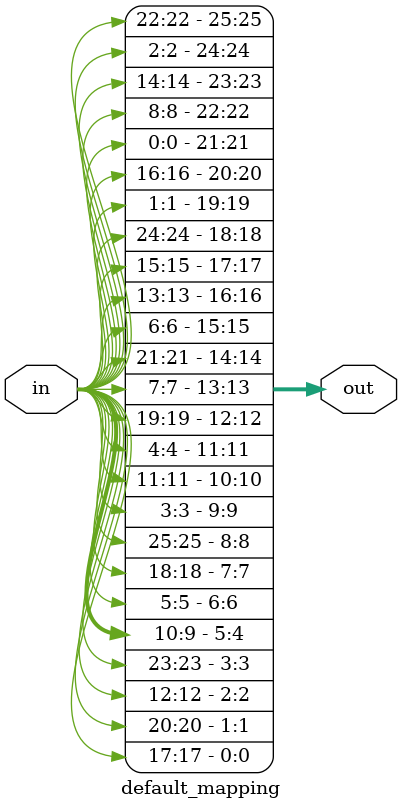
<source format=v>
module rotor(out, in, clock, rotate, reset);
    input [25:0] in;
    input rotate, clock, reset;
    output [25:0] out;
    localparam A = 5'b00000, B = 5'b000001, C = 5'b00010, D = 5'b00011,
               E = 5'b00100, F = 5'b00101, G = 5'b00110, H = 5'b00111,
               I = 5'b01000, J = 5'b01001, K = 5'b01010, L = 5'b01011,
               M = 5'b01100, N = 5'b01101, O = 5'b01110, P = 5'b01111,
               Q = 5'b10000, R = 5'b10001, S = 5'b10010, T = 5'b10011,
               U = 5'b10100, V = 5'b10101, W = 5'b10110, X = 5'b10111,
               Y = 5'b11000, Z = 5'b11001;
     
     reg [4:0] state;
	  
	  initial begin
	       state <= A;
	  end
	  
     always @(posedge rotate)
     begin
	       if(reset) state <= A;
			 else begin
				 case(state)
				 A: state = B;
				 B: state = C;
				 C: state = D;
				 D: state = E;
				 E: state = F;
				 F: state = G;
				 G: state = H;
				 H: state = I;
				 I: state = J;
				 J: state = K;
				 K: state = L;
				 L: state = M;
				 M: state = N;
				 N: state = O;
				 O: state = P;
				 P: state = Q;
				 Q: state = R;
				 R: state = S;
				 S: state = T;
				 T: state = U;
				 U: state = V;
				 V: state = W;
				 W: state = X;
				 X: state = Y;
				 Y: state = Z;
				 Z: state = A;
				 default: state = A;
				 endcase
			end
     end
    
     wire [51:0] shiftinput;
     wire [51:0] shiftoutput;
     wire [25:0] intermediate;
     
     assign shiftinput = ({in[25:0],26'b0} >> state);
     
     default_mapping d0(
          .in(shiftinput[51:26]|shiftinput[25:0]), 
          .out(intermediate));
          
     assign shiftoutput = ({26'b0, intermediate[25:0]} << state);
     assign out = (shiftoutput[51:26]|shiftoutput[25:0]);
endmodule


module default_mapping(in, out);
     input [25:0] in;
     output [25:0] out;
     
     //assign out = 26'b0;
     
     assign out[0] = in[17];
     assign out[1] = in[20];
     assign out[2] = in[12];
     assign out[3] = in[23];
     assign out[4] = in[9];
     assign out[5] = in[10];
     assign out[6] = in[5];
     assign out[7] = in[18];
     assign out[8] = in[25];
     assign out[9] = in[3];
     assign out[10] = in[11];
     assign out[11] = in[4];
     assign out[12] = in[19];
     assign out[13] = in[7];
     assign out[14] = in[21];
     assign out[15] = in[6];
     assign out[16] = in[13];
     assign out[17] = in[15];
     assign out[18] = in[24];
     assign out[19] = in[1];
     assign out[20] = in[16];
     assign out[21] = in[0];
     assign out[22] = in[8];
     assign out[23] = in[14];
     assign out[24] = in[2];
     assign out[25] = in[22];
endmodule
</source>
